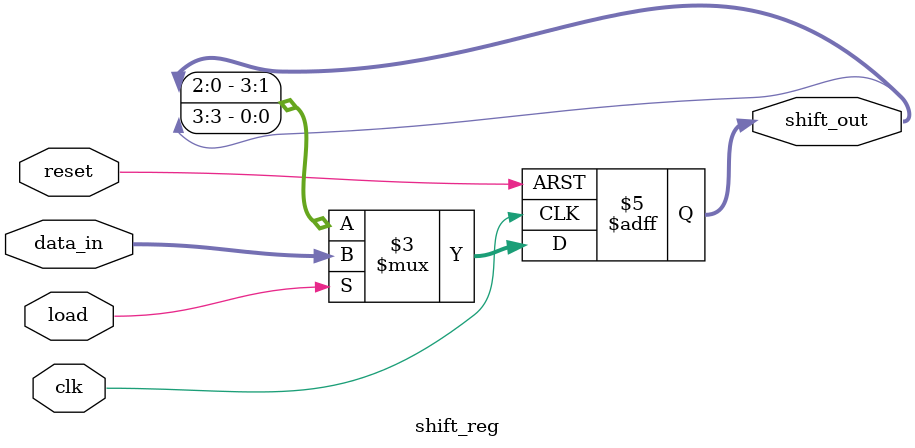
<source format=v>
module shift_reg (
  input clk,
  input reset,
  input load,
  input [3:0] data_in,
  output reg [3:0] shift_out
);

  always @(posedge clk, posedge reset) begin
    if (reset) begin
      shift_out <= 4'b0;
    end
    else if (load) begin
      shift_out <= data_in;
    end
    else begin
      shift_out <= {shift_out[2:0], shift_out[3]};
    end
  end

endmodule

</source>
